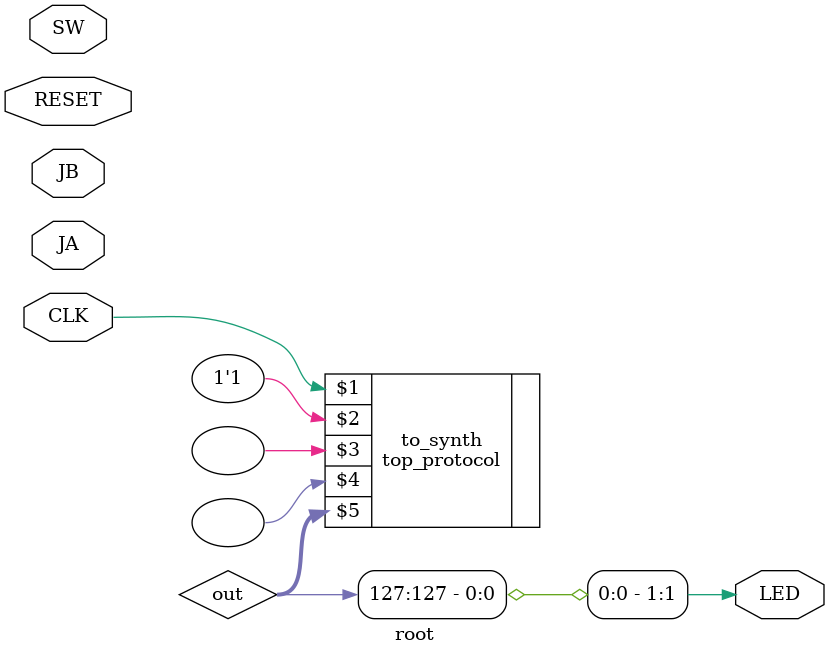
<source format=v>
`timescale 1ns / 1ps

module root(
    input CLK,
    input RESET,
    input [15:0] SW,
    inout [8:1] JA,
    input [8:1] JB,
    output [15:0] LED
    );
    
//    wire [255:0] key = 256'h0;
//    wire [127:0] plain = 256'h0;
//    wire [127:0] cipher;
//    wire [1919:0] rk;
//        roundkey_gen rk_test(CLK, key, rk);
//    aes_encrypt encrypt_test(CLK, rk, plain, cipher);
    
    wire[127:0] out;
    top_protocol to_synth(CLK, 1'b1, , , out , , , ,);
    
    //roundkey_gen rk_test(CLK, key, rk);
    //aes_encrypt encrypt_test(CLK, rk, plain, cipher);
    
    assign LED[1] = out[127];
    
endmodule
</source>
